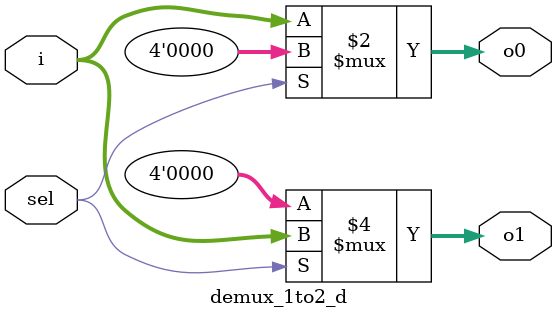
<source format=v>
module demux_1to2_d #(parameter width = 4)(
    input wire [width-1:0] i,
    input wire sel,
    output [width-1:0] o0,
    output [width-1:0] o1
);

    assign o0 = (sel == 1'b0) ? i : {width{1'b0}};
    assign o1 = (sel == 1'b1) ? i : {width{1'b0}};

endmodule

</source>
